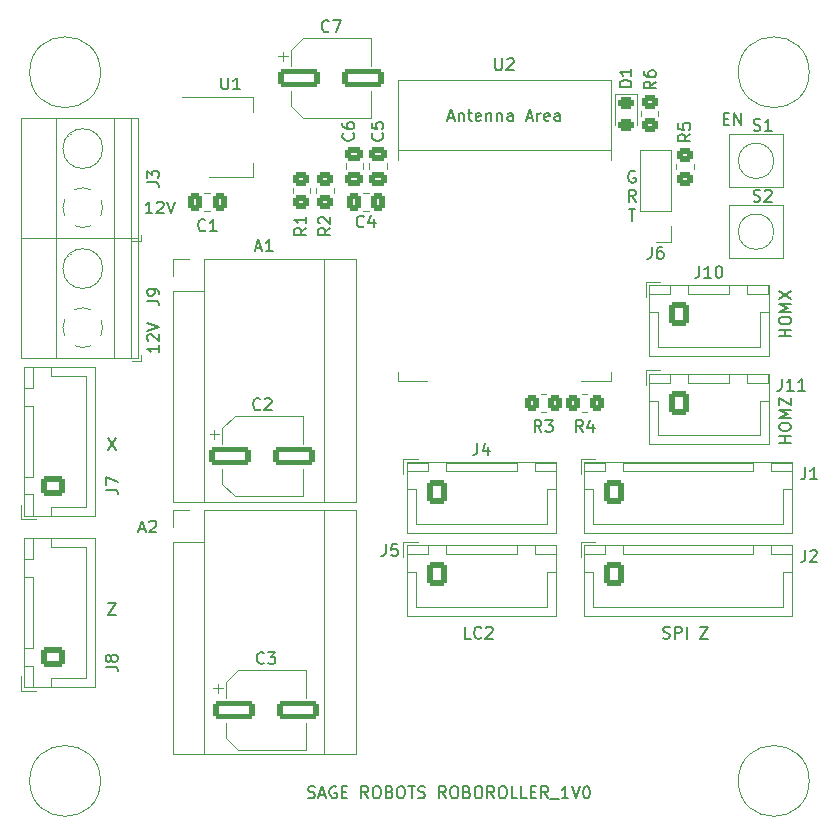
<source format=gto>
G04 #@! TF.GenerationSoftware,KiCad,Pcbnew,6.0.7-f9a2dced07~116~ubuntu20.04.1*
G04 #@! TF.CreationDate,2022-08-24T01:16:15-05:00*
G04 #@! TF.ProjectId,MuscleRoller,4d757363-6c65-4526-9f6c-6c65722e6b69,rev?*
G04 #@! TF.SameCoordinates,Original*
G04 #@! TF.FileFunction,Legend,Top*
G04 #@! TF.FilePolarity,Positive*
%FSLAX46Y46*%
G04 Gerber Fmt 4.6, Leading zero omitted, Abs format (unit mm)*
G04 Created by KiCad (PCBNEW 6.0.7-f9a2dced07~116~ubuntu20.04.1) date 2022-08-24 01:16:15*
%MOMM*%
%LPD*%
G01*
G04 APERTURE LIST*
G04 Aperture macros list*
%AMRoundRect*
0 Rectangle with rounded corners*
0 $1 Rounding radius*
0 $2 $3 $4 $5 $6 $7 $8 $9 X,Y pos of 4 corners*
0 Add a 4 corners polygon primitive as box body*
4,1,4,$2,$3,$4,$5,$6,$7,$8,$9,$2,$3,0*
0 Add four circle primitives for the rounded corners*
1,1,$1+$1,$2,$3*
1,1,$1+$1,$4,$5*
1,1,$1+$1,$6,$7*
1,1,$1+$1,$8,$9*
0 Add four rect primitives between the rounded corners*
20,1,$1+$1,$2,$3,$4,$5,0*
20,1,$1+$1,$4,$5,$6,$7,0*
20,1,$1+$1,$6,$7,$8,$9,0*
20,1,$1+$1,$8,$9,$2,$3,0*%
G04 Aperture macros list end*
%ADD10C,0.120000*%
%ADD11C,0.150000*%
%ADD12RoundRect,0.250000X-0.450000X0.350000X-0.450000X-0.350000X0.450000X-0.350000X0.450000X0.350000X0*%
%ADD13RoundRect,0.243750X-0.456250X0.243750X-0.456250X-0.243750X0.456250X-0.243750X0.456250X0.243750X0*%
%ADD14R,1.600000X1.400000*%
%ADD15RoundRect,0.250000X-1.500000X-0.550000X1.500000X-0.550000X1.500000X0.550000X-1.500000X0.550000X0*%
%ADD16R,1.600000X1.600000*%
%ADD17O,1.600000X1.600000*%
%ADD18RoundRect,0.250000X-0.337500X-0.475000X0.337500X-0.475000X0.337500X0.475000X-0.337500X0.475000X0*%
%ADD19RoundRect,0.250000X0.475000X-0.337500X0.475000X0.337500X-0.475000X0.337500X-0.475000X-0.337500X0*%
%ADD20RoundRect,0.250000X-0.600000X-0.725000X0.600000X-0.725000X0.600000X0.725000X-0.600000X0.725000X0*%
%ADD21O,1.700000X1.950000*%
%ADD22R,1.700000X1.700000*%
%ADD23O,1.700000X1.700000*%
%ADD24RoundRect,0.250000X0.725000X-0.600000X0.725000X0.600000X-0.725000X0.600000X-0.725000X-0.600000X0*%
%ADD25O,1.950000X1.700000*%
%ADD26R,2.600000X2.600000*%
%ADD27C,2.600000*%
%ADD28RoundRect,0.249999X-0.450001X0.350001X-0.450001X-0.350001X0.450001X-0.350001X0.450001X0.350001X0*%
%ADD29RoundRect,0.249999X0.450001X-0.350001X0.450001X0.350001X-0.450001X0.350001X-0.450001X-0.350001X0*%
%ADD30RoundRect,0.249999X-0.350001X-0.450001X0.350001X-0.450001X0.350001X0.450001X-0.350001X0.450001X0*%
%ADD31R,2.000000X1.500000*%
%ADD32R,2.000000X3.800000*%
%ADD33R,1.500000X0.900000*%
%ADD34R,0.900000X1.500000*%
%ADD35R,1.050000X1.050000*%
%ADD36RoundRect,0.250000X0.337500X0.475000X-0.337500X0.475000X-0.337500X-0.475000X0.337500X-0.475000X0*%
G04 APERTURE END LIST*
D10*
X175500000Y-146500000D02*
G75*
G03*
X175500000Y-146500000I-3000000J0D01*
G01*
X175500000Y-86500000D02*
G75*
G03*
X175500000Y-86500000I-3000000J0D01*
G01*
X115500000Y-146500000D02*
G75*
G03*
X115500000Y-146500000I-3000000J0D01*
G01*
X115500000Y-86500000D02*
G75*
G03*
X115500000Y-86500000I-3000000J0D01*
G01*
D11*
X133071428Y-147904761D02*
X133214285Y-147952380D01*
X133452380Y-147952380D01*
X133547619Y-147904761D01*
X133595238Y-147857142D01*
X133642857Y-147761904D01*
X133642857Y-147666666D01*
X133595238Y-147571428D01*
X133547619Y-147523809D01*
X133452380Y-147476190D01*
X133261904Y-147428571D01*
X133166666Y-147380952D01*
X133119047Y-147333333D01*
X133071428Y-147238095D01*
X133071428Y-147142857D01*
X133119047Y-147047619D01*
X133166666Y-147000000D01*
X133261904Y-146952380D01*
X133499999Y-146952380D01*
X133642857Y-147000000D01*
X134023809Y-147666666D02*
X134500000Y-147666666D01*
X133928571Y-147952380D02*
X134261904Y-146952380D01*
X134595238Y-147952380D01*
X135452380Y-147000000D02*
X135357142Y-146952380D01*
X135214285Y-146952380D01*
X135071428Y-147000000D01*
X134976190Y-147095238D01*
X134928571Y-147190476D01*
X134880952Y-147380952D01*
X134880952Y-147523809D01*
X134928571Y-147714285D01*
X134976190Y-147809523D01*
X135071428Y-147904761D01*
X135214285Y-147952380D01*
X135309523Y-147952380D01*
X135452380Y-147904761D01*
X135500000Y-147857142D01*
X135500000Y-147523809D01*
X135309523Y-147523809D01*
X135928571Y-147428571D02*
X136261904Y-147428571D01*
X136404761Y-147952380D02*
X135928571Y-147952380D01*
X135928571Y-146952380D01*
X136404761Y-146952380D01*
X138166666Y-147952380D02*
X137833333Y-147476190D01*
X137595238Y-147952380D02*
X137595238Y-146952380D01*
X137976190Y-146952380D01*
X138071428Y-147000000D01*
X138119047Y-147047619D01*
X138166666Y-147142857D01*
X138166666Y-147285714D01*
X138119047Y-147380952D01*
X138071428Y-147428571D01*
X137976190Y-147476190D01*
X137595238Y-147476190D01*
X138785714Y-146952380D02*
X138976190Y-146952380D01*
X139071428Y-147000000D01*
X139166666Y-147095238D01*
X139214285Y-147285714D01*
X139214285Y-147619047D01*
X139166666Y-147809523D01*
X139071428Y-147904761D01*
X138976190Y-147952380D01*
X138785714Y-147952380D01*
X138690476Y-147904761D01*
X138595238Y-147809523D01*
X138547619Y-147619047D01*
X138547619Y-147285714D01*
X138595238Y-147095238D01*
X138690476Y-147000000D01*
X138785714Y-146952380D01*
X139976190Y-147428571D02*
X140119047Y-147476190D01*
X140166666Y-147523809D01*
X140214285Y-147619047D01*
X140214285Y-147761904D01*
X140166666Y-147857142D01*
X140119047Y-147904761D01*
X140023809Y-147952380D01*
X139642857Y-147952380D01*
X139642857Y-146952380D01*
X139976190Y-146952380D01*
X140071428Y-147000000D01*
X140119047Y-147047619D01*
X140166666Y-147142857D01*
X140166666Y-147238095D01*
X140119047Y-147333333D01*
X140071428Y-147380952D01*
X139976190Y-147428571D01*
X139642857Y-147428571D01*
X140833333Y-146952380D02*
X141023809Y-146952380D01*
X141119047Y-147000000D01*
X141214285Y-147095238D01*
X141261904Y-147285714D01*
X141261904Y-147619047D01*
X141214285Y-147809523D01*
X141119047Y-147904761D01*
X141023809Y-147952380D01*
X140833333Y-147952380D01*
X140738095Y-147904761D01*
X140642857Y-147809523D01*
X140595238Y-147619047D01*
X140595238Y-147285714D01*
X140642857Y-147095238D01*
X140738095Y-147000000D01*
X140833333Y-146952380D01*
X141547619Y-146952380D02*
X142119047Y-146952380D01*
X141833333Y-147952380D02*
X141833333Y-146952380D01*
X142404761Y-147904761D02*
X142547619Y-147952380D01*
X142785714Y-147952380D01*
X142880952Y-147904761D01*
X142928571Y-147857142D01*
X142976190Y-147761904D01*
X142976190Y-147666666D01*
X142928571Y-147571428D01*
X142880952Y-147523809D01*
X142785714Y-147476190D01*
X142595238Y-147428571D01*
X142500000Y-147380952D01*
X142452380Y-147333333D01*
X142404761Y-147238095D01*
X142404761Y-147142857D01*
X142452380Y-147047619D01*
X142500000Y-147000000D01*
X142595238Y-146952380D01*
X142833333Y-146952380D01*
X142976190Y-147000000D01*
X144738095Y-147952380D02*
X144404761Y-147476190D01*
X144166666Y-147952380D02*
X144166666Y-146952380D01*
X144547619Y-146952380D01*
X144642857Y-147000000D01*
X144690476Y-147047619D01*
X144738095Y-147142857D01*
X144738095Y-147285714D01*
X144690476Y-147380952D01*
X144642857Y-147428571D01*
X144547619Y-147476190D01*
X144166666Y-147476190D01*
X145357142Y-146952380D02*
X145547619Y-146952380D01*
X145642857Y-147000000D01*
X145738095Y-147095238D01*
X145785714Y-147285714D01*
X145785714Y-147619047D01*
X145738095Y-147809523D01*
X145642857Y-147904761D01*
X145547619Y-147952380D01*
X145357142Y-147952380D01*
X145261904Y-147904761D01*
X145166666Y-147809523D01*
X145119047Y-147619047D01*
X145119047Y-147285714D01*
X145166666Y-147095238D01*
X145261904Y-147000000D01*
X145357142Y-146952380D01*
X146547619Y-147428571D02*
X146690476Y-147476190D01*
X146738095Y-147523809D01*
X146785714Y-147619047D01*
X146785714Y-147761904D01*
X146738095Y-147857142D01*
X146690476Y-147904761D01*
X146595238Y-147952380D01*
X146214285Y-147952380D01*
X146214285Y-146952380D01*
X146547619Y-146952380D01*
X146642857Y-147000000D01*
X146690476Y-147047619D01*
X146738095Y-147142857D01*
X146738095Y-147238095D01*
X146690476Y-147333333D01*
X146642857Y-147380952D01*
X146547619Y-147428571D01*
X146214285Y-147428571D01*
X147404761Y-146952380D02*
X147595238Y-146952380D01*
X147690476Y-147000000D01*
X147785714Y-147095238D01*
X147833333Y-147285714D01*
X147833333Y-147619047D01*
X147785714Y-147809523D01*
X147690476Y-147904761D01*
X147595238Y-147952380D01*
X147404761Y-147952380D01*
X147309523Y-147904761D01*
X147214285Y-147809523D01*
X147166666Y-147619047D01*
X147166666Y-147285714D01*
X147214285Y-147095238D01*
X147309523Y-147000000D01*
X147404761Y-146952380D01*
X148833333Y-147952380D02*
X148500000Y-147476190D01*
X148261904Y-147952380D02*
X148261904Y-146952380D01*
X148642857Y-146952380D01*
X148738095Y-147000000D01*
X148785714Y-147047619D01*
X148833333Y-147142857D01*
X148833333Y-147285714D01*
X148785714Y-147380952D01*
X148738095Y-147428571D01*
X148642857Y-147476190D01*
X148261904Y-147476190D01*
X149452380Y-146952380D02*
X149642857Y-146952380D01*
X149738095Y-147000000D01*
X149833333Y-147095238D01*
X149880952Y-147285714D01*
X149880952Y-147619047D01*
X149833333Y-147809523D01*
X149738095Y-147904761D01*
X149642857Y-147952380D01*
X149452380Y-147952380D01*
X149357142Y-147904761D01*
X149261904Y-147809523D01*
X149214285Y-147619047D01*
X149214285Y-147285714D01*
X149261904Y-147095238D01*
X149357142Y-147000000D01*
X149452380Y-146952380D01*
X150785714Y-147952380D02*
X150309523Y-147952380D01*
X150309523Y-146952380D01*
X151595238Y-147952380D02*
X151119047Y-147952380D01*
X151119047Y-146952380D01*
X151928571Y-147428571D02*
X152261904Y-147428571D01*
X152404761Y-147952380D02*
X151928571Y-147952380D01*
X151928571Y-146952380D01*
X152404761Y-146952380D01*
X153404761Y-147952380D02*
X153071428Y-147476190D01*
X152833333Y-147952380D02*
X152833333Y-146952380D01*
X153214285Y-146952380D01*
X153309523Y-147000000D01*
X153357142Y-147047619D01*
X153404761Y-147142857D01*
X153404761Y-147285714D01*
X153357142Y-147380952D01*
X153309523Y-147428571D01*
X153214285Y-147476190D01*
X152833333Y-147476190D01*
X153595238Y-148047619D02*
X154357142Y-148047619D01*
X155119047Y-147952380D02*
X154547619Y-147952380D01*
X154833333Y-147952380D02*
X154833333Y-146952380D01*
X154738095Y-147095238D01*
X154642857Y-147190476D01*
X154547619Y-147238095D01*
X155404761Y-146952380D02*
X155738095Y-147952380D01*
X156071428Y-146952380D01*
X156595238Y-146952380D02*
X156690476Y-146952380D01*
X156785714Y-147000000D01*
X156833333Y-147047619D01*
X156880952Y-147142857D01*
X156928571Y-147333333D01*
X156928571Y-147571428D01*
X156880952Y-147761904D01*
X156833333Y-147857142D01*
X156785714Y-147904761D01*
X156690476Y-147952380D01*
X156595238Y-147952380D01*
X156500000Y-147904761D01*
X156452380Y-147857142D01*
X156404761Y-147761904D01*
X156357142Y-147571428D01*
X156357142Y-147333333D01*
X156404761Y-147142857D01*
X156452380Y-147047619D01*
X156500000Y-147000000D01*
X156595238Y-146952380D01*
X168261904Y-90428571D02*
X168595238Y-90428571D01*
X168738095Y-90952380D02*
X168261904Y-90952380D01*
X168261904Y-89952380D01*
X168738095Y-89952380D01*
X169166666Y-90952380D02*
X169166666Y-89952380D01*
X169738095Y-90952380D01*
X169738095Y-89952380D01*
X173952380Y-108857142D02*
X172952380Y-108857142D01*
X173428571Y-108857142D02*
X173428571Y-108285714D01*
X173952380Y-108285714D02*
X172952380Y-108285714D01*
X172952380Y-107619047D02*
X172952380Y-107428571D01*
X173000000Y-107333333D01*
X173095238Y-107238095D01*
X173285714Y-107190476D01*
X173619047Y-107190476D01*
X173809523Y-107238095D01*
X173904761Y-107333333D01*
X173952380Y-107428571D01*
X173952380Y-107619047D01*
X173904761Y-107714285D01*
X173809523Y-107809523D01*
X173619047Y-107857142D01*
X173285714Y-107857142D01*
X173095238Y-107809523D01*
X173000000Y-107714285D01*
X172952380Y-107619047D01*
X173952380Y-106761904D02*
X172952380Y-106761904D01*
X173666666Y-106428571D01*
X172952380Y-106095238D01*
X173952380Y-106095238D01*
X172952380Y-105714285D02*
X173952380Y-105047619D01*
X172952380Y-105047619D02*
X173952380Y-105714285D01*
X119880952Y-98452380D02*
X119309523Y-98452380D01*
X119595238Y-98452380D02*
X119595238Y-97452380D01*
X119500000Y-97595238D01*
X119404761Y-97690476D01*
X119309523Y-97738095D01*
X120261904Y-97547619D02*
X120309523Y-97500000D01*
X120404761Y-97452380D01*
X120642857Y-97452380D01*
X120738095Y-97500000D01*
X120785714Y-97547619D01*
X120833333Y-97642857D01*
X120833333Y-97738095D01*
X120785714Y-97880952D01*
X120214285Y-98452380D01*
X120833333Y-98452380D01*
X121119047Y-97452380D02*
X121452380Y-98452380D01*
X121785714Y-97452380D01*
X146833333Y-134452380D02*
X146357142Y-134452380D01*
X146357142Y-133452380D01*
X147738095Y-134357142D02*
X147690476Y-134404761D01*
X147547619Y-134452380D01*
X147452380Y-134452380D01*
X147309523Y-134404761D01*
X147214285Y-134309523D01*
X147166666Y-134214285D01*
X147119047Y-134023809D01*
X147119047Y-133880952D01*
X147166666Y-133690476D01*
X147214285Y-133595238D01*
X147309523Y-133500000D01*
X147452380Y-133452380D01*
X147547619Y-133452380D01*
X147690476Y-133500000D01*
X147738095Y-133547619D01*
X148119047Y-133547619D02*
X148166666Y-133500000D01*
X148261904Y-133452380D01*
X148500000Y-133452380D01*
X148595238Y-133500000D01*
X148642857Y-133547619D01*
X148690476Y-133642857D01*
X148690476Y-133738095D01*
X148642857Y-133880952D01*
X148071428Y-134452380D01*
X148690476Y-134452380D01*
X116166666Y-131452380D02*
X116833333Y-131452380D01*
X116166666Y-132452380D01*
X116833333Y-132452380D01*
X120452380Y-109619047D02*
X120452380Y-110190476D01*
X120452380Y-109904761D02*
X119452380Y-109904761D01*
X119595238Y-110000000D01*
X119690476Y-110095238D01*
X119738095Y-110190476D01*
X119547619Y-109238095D02*
X119500000Y-109190476D01*
X119452380Y-109095238D01*
X119452380Y-108857142D01*
X119500000Y-108761904D01*
X119547619Y-108714285D01*
X119642857Y-108666666D01*
X119738095Y-108666666D01*
X119880952Y-108714285D01*
X120452380Y-109285714D01*
X120452380Y-108666666D01*
X119452380Y-108380952D02*
X120452380Y-108047619D01*
X119452380Y-107714285D01*
X160761904Y-94890000D02*
X160666666Y-94842380D01*
X160523809Y-94842380D01*
X160380952Y-94890000D01*
X160285714Y-94985238D01*
X160238095Y-95080476D01*
X160190476Y-95270952D01*
X160190476Y-95413809D01*
X160238095Y-95604285D01*
X160285714Y-95699523D01*
X160380952Y-95794761D01*
X160523809Y-95842380D01*
X160619047Y-95842380D01*
X160761904Y-95794761D01*
X160809523Y-95747142D01*
X160809523Y-95413809D01*
X160619047Y-95413809D01*
X160809523Y-97452380D02*
X160476190Y-96976190D01*
X160238095Y-97452380D02*
X160238095Y-96452380D01*
X160619047Y-96452380D01*
X160714285Y-96500000D01*
X160761904Y-96547619D01*
X160809523Y-96642857D01*
X160809523Y-96785714D01*
X160761904Y-96880952D01*
X160714285Y-96928571D01*
X160619047Y-96976190D01*
X160238095Y-96976190D01*
X160214285Y-98062380D02*
X160785714Y-98062380D01*
X160500000Y-99062380D02*
X160500000Y-98062380D01*
X116166666Y-117452380D02*
X116833333Y-118452380D01*
X116833333Y-117452380D02*
X116166666Y-118452380D01*
X173952380Y-117857142D02*
X172952380Y-117857142D01*
X173428571Y-117857142D02*
X173428571Y-117285714D01*
X173952380Y-117285714D02*
X172952380Y-117285714D01*
X172952380Y-116619047D02*
X172952380Y-116428571D01*
X173000000Y-116333333D01*
X173095238Y-116238095D01*
X173285714Y-116190476D01*
X173619047Y-116190476D01*
X173809523Y-116238095D01*
X173904761Y-116333333D01*
X173952380Y-116428571D01*
X173952380Y-116619047D01*
X173904761Y-116714285D01*
X173809523Y-116809523D01*
X173619047Y-116857142D01*
X173285714Y-116857142D01*
X173095238Y-116809523D01*
X173000000Y-116714285D01*
X172952380Y-116619047D01*
X173952380Y-115761904D02*
X172952380Y-115761904D01*
X173666666Y-115428571D01*
X172952380Y-115095238D01*
X173952380Y-115095238D01*
X172952380Y-114714285D02*
X172952380Y-114047619D01*
X173952380Y-114714285D01*
X173952380Y-114047619D01*
X163119047Y-134404761D02*
X163261904Y-134452380D01*
X163500000Y-134452380D01*
X163595238Y-134404761D01*
X163642857Y-134357142D01*
X163690476Y-134261904D01*
X163690476Y-134166666D01*
X163642857Y-134071428D01*
X163595238Y-134023809D01*
X163500000Y-133976190D01*
X163309523Y-133928571D01*
X163214285Y-133880952D01*
X163166666Y-133833333D01*
X163119047Y-133738095D01*
X163119047Y-133642857D01*
X163166666Y-133547619D01*
X163214285Y-133500000D01*
X163309523Y-133452380D01*
X163547619Y-133452380D01*
X163690476Y-133500000D01*
X164119047Y-134452380D02*
X164119047Y-133452380D01*
X164500000Y-133452380D01*
X164595238Y-133500000D01*
X164642857Y-133547619D01*
X164690476Y-133642857D01*
X164690476Y-133785714D01*
X164642857Y-133880952D01*
X164595238Y-133928571D01*
X164500000Y-133976190D01*
X164119047Y-133976190D01*
X165119047Y-134452380D02*
X165119047Y-133452380D01*
X166261904Y-133452380D02*
X166928571Y-133452380D01*
X166261904Y-134452380D01*
X166928571Y-134452380D01*
X162504380Y-87288666D02*
X162028190Y-87622000D01*
X162504380Y-87860095D02*
X161504380Y-87860095D01*
X161504380Y-87479142D01*
X161552000Y-87383904D01*
X161599619Y-87336285D01*
X161694857Y-87288666D01*
X161837714Y-87288666D01*
X161932952Y-87336285D01*
X161980571Y-87383904D01*
X162028190Y-87479142D01*
X162028190Y-87860095D01*
X161504380Y-86431523D02*
X161504380Y-86622000D01*
X161552000Y-86717238D01*
X161599619Y-86764857D01*
X161742476Y-86860095D01*
X161932952Y-86907714D01*
X162313904Y-86907714D01*
X162409142Y-86860095D01*
X162456761Y-86812476D01*
X162504380Y-86717238D01*
X162504380Y-86526761D01*
X162456761Y-86431523D01*
X162409142Y-86383904D01*
X162313904Y-86336285D01*
X162075809Y-86336285D01*
X161980571Y-86383904D01*
X161932952Y-86431523D01*
X161885333Y-86526761D01*
X161885333Y-86717238D01*
X161932952Y-86812476D01*
X161980571Y-86860095D01*
X162075809Y-86907714D01*
X160452380Y-87738095D02*
X159452380Y-87738095D01*
X159452380Y-87500000D01*
X159500000Y-87357142D01*
X159595238Y-87261904D01*
X159690476Y-87214285D01*
X159880952Y-87166666D01*
X160023809Y-87166666D01*
X160214285Y-87214285D01*
X160309523Y-87261904D01*
X160404761Y-87357142D01*
X160452380Y-87500000D01*
X160452380Y-87738095D01*
X160452380Y-86214285D02*
X160452380Y-86785714D01*
X160452380Y-86500000D02*
X159452380Y-86500000D01*
X159595238Y-86595238D01*
X159690476Y-86690476D01*
X159738095Y-86785714D01*
X170788095Y-97404761D02*
X170930952Y-97452380D01*
X171169047Y-97452380D01*
X171264285Y-97404761D01*
X171311904Y-97357142D01*
X171359523Y-97261904D01*
X171359523Y-97166666D01*
X171311904Y-97071428D01*
X171264285Y-97023809D01*
X171169047Y-96976190D01*
X170978571Y-96928571D01*
X170883333Y-96880952D01*
X170835714Y-96833333D01*
X170788095Y-96738095D01*
X170788095Y-96642857D01*
X170835714Y-96547619D01*
X170883333Y-96500000D01*
X170978571Y-96452380D01*
X171216666Y-96452380D01*
X171359523Y-96500000D01*
X171740476Y-96547619D02*
X171788095Y-96500000D01*
X171883333Y-96452380D01*
X172121428Y-96452380D01*
X172216666Y-96500000D01*
X172264285Y-96547619D01*
X172311904Y-96642857D01*
X172311904Y-96738095D01*
X172264285Y-96880952D01*
X171692857Y-97452380D01*
X172311904Y-97452380D01*
X170788095Y-91404761D02*
X170930952Y-91452380D01*
X171169047Y-91452380D01*
X171264285Y-91404761D01*
X171311904Y-91357142D01*
X171359523Y-91261904D01*
X171359523Y-91166666D01*
X171311904Y-91071428D01*
X171264285Y-91023809D01*
X171169047Y-90976190D01*
X170978571Y-90928571D01*
X170883333Y-90880952D01*
X170835714Y-90833333D01*
X170788095Y-90738095D01*
X170788095Y-90642857D01*
X170835714Y-90547619D01*
X170883333Y-90500000D01*
X170978571Y-90452380D01*
X171216666Y-90452380D01*
X171359523Y-90500000D01*
X172311904Y-91452380D02*
X171740476Y-91452380D01*
X172026190Y-91452380D02*
X172026190Y-90452380D01*
X171930952Y-90595238D01*
X171835714Y-90690476D01*
X171740476Y-90738095D01*
X134833333Y-83007142D02*
X134785714Y-83054761D01*
X134642857Y-83102380D01*
X134547619Y-83102380D01*
X134404761Y-83054761D01*
X134309523Y-82959523D01*
X134261904Y-82864285D01*
X134214285Y-82673809D01*
X134214285Y-82530952D01*
X134261904Y-82340476D01*
X134309523Y-82245238D01*
X134404761Y-82150000D01*
X134547619Y-82102380D01*
X134642857Y-82102380D01*
X134785714Y-82150000D01*
X134833333Y-82197619D01*
X135166666Y-82102380D02*
X135833333Y-82102380D01*
X135404761Y-83102380D01*
X128635714Y-101346666D02*
X129111904Y-101346666D01*
X128540476Y-101632380D02*
X128873809Y-100632380D01*
X129207142Y-101632380D01*
X130064285Y-101632380D02*
X129492857Y-101632380D01*
X129778571Y-101632380D02*
X129778571Y-100632380D01*
X129683333Y-100775238D01*
X129588095Y-100870476D01*
X129492857Y-100918095D01*
X118785714Y-125166666D02*
X119261904Y-125166666D01*
X118690476Y-125452380D02*
X119023809Y-124452380D01*
X119357142Y-125452380D01*
X119642857Y-124547619D02*
X119690476Y-124500000D01*
X119785714Y-124452380D01*
X120023809Y-124452380D01*
X120119047Y-124500000D01*
X120166666Y-124547619D01*
X120214285Y-124642857D01*
X120214285Y-124738095D01*
X120166666Y-124880952D01*
X119595238Y-125452380D01*
X120214285Y-125452380D01*
X124370833Y-99857142D02*
X124323214Y-99904761D01*
X124180357Y-99952380D01*
X124085119Y-99952380D01*
X123942261Y-99904761D01*
X123847023Y-99809523D01*
X123799404Y-99714285D01*
X123751785Y-99523809D01*
X123751785Y-99380952D01*
X123799404Y-99190476D01*
X123847023Y-99095238D01*
X123942261Y-99000000D01*
X124085119Y-98952380D01*
X124180357Y-98952380D01*
X124323214Y-99000000D01*
X124370833Y-99047619D01*
X125323214Y-99952380D02*
X124751785Y-99952380D01*
X125037500Y-99952380D02*
X125037500Y-98952380D01*
X124942261Y-99095238D01*
X124847023Y-99190476D01*
X124751785Y-99238095D01*
X129025333Y-115007142D02*
X128977714Y-115054761D01*
X128834857Y-115102380D01*
X128739619Y-115102380D01*
X128596761Y-115054761D01*
X128501523Y-114959523D01*
X128453904Y-114864285D01*
X128406285Y-114673809D01*
X128406285Y-114530952D01*
X128453904Y-114340476D01*
X128501523Y-114245238D01*
X128596761Y-114150000D01*
X128739619Y-114102380D01*
X128834857Y-114102380D01*
X128977714Y-114150000D01*
X129025333Y-114197619D01*
X129406285Y-114197619D02*
X129453904Y-114150000D01*
X129549142Y-114102380D01*
X129787238Y-114102380D01*
X129882476Y-114150000D01*
X129930095Y-114197619D01*
X129977714Y-114292857D01*
X129977714Y-114388095D01*
X129930095Y-114530952D01*
X129358666Y-115102380D01*
X129977714Y-115102380D01*
X129333333Y-136507142D02*
X129285714Y-136554761D01*
X129142857Y-136602380D01*
X129047619Y-136602380D01*
X128904761Y-136554761D01*
X128809523Y-136459523D01*
X128761904Y-136364285D01*
X128714285Y-136173809D01*
X128714285Y-136030952D01*
X128761904Y-135840476D01*
X128809523Y-135745238D01*
X128904761Y-135650000D01*
X129047619Y-135602380D01*
X129142857Y-135602380D01*
X129285714Y-135650000D01*
X129333333Y-135697619D01*
X129666666Y-135602380D02*
X130285714Y-135602380D01*
X129952380Y-135983333D01*
X130095238Y-135983333D01*
X130190476Y-136030952D01*
X130238095Y-136078571D01*
X130285714Y-136173809D01*
X130285714Y-136411904D01*
X130238095Y-136507142D01*
X130190476Y-136554761D01*
X130095238Y-136602380D01*
X129809523Y-136602380D01*
X129714285Y-136554761D01*
X129666666Y-136507142D01*
X139357142Y-91666666D02*
X139404761Y-91714285D01*
X139452380Y-91857142D01*
X139452380Y-91952380D01*
X139404761Y-92095238D01*
X139309523Y-92190476D01*
X139214285Y-92238095D01*
X139023809Y-92285714D01*
X138880952Y-92285714D01*
X138690476Y-92238095D01*
X138595238Y-92190476D01*
X138500000Y-92095238D01*
X138452380Y-91952380D01*
X138452380Y-91857142D01*
X138500000Y-91714285D01*
X138547619Y-91666666D01*
X138452380Y-90761904D02*
X138452380Y-91238095D01*
X138928571Y-91285714D01*
X138880952Y-91238095D01*
X138833333Y-91142857D01*
X138833333Y-90904761D01*
X138880952Y-90809523D01*
X138928571Y-90761904D01*
X139023809Y-90714285D01*
X139261904Y-90714285D01*
X139357142Y-90761904D01*
X139404761Y-90809523D01*
X139452380Y-90904761D01*
X139452380Y-91142857D01*
X139404761Y-91238095D01*
X139357142Y-91285714D01*
X136882142Y-91666666D02*
X136929761Y-91714285D01*
X136977380Y-91857142D01*
X136977380Y-91952380D01*
X136929761Y-92095238D01*
X136834523Y-92190476D01*
X136739285Y-92238095D01*
X136548809Y-92285714D01*
X136405952Y-92285714D01*
X136215476Y-92238095D01*
X136120238Y-92190476D01*
X136025000Y-92095238D01*
X135977380Y-91952380D01*
X135977380Y-91857142D01*
X136025000Y-91714285D01*
X136072619Y-91666666D01*
X135977380Y-90809523D02*
X135977380Y-91000000D01*
X136025000Y-91095238D01*
X136072619Y-91142857D01*
X136215476Y-91238095D01*
X136405952Y-91285714D01*
X136786904Y-91285714D01*
X136882142Y-91238095D01*
X136929761Y-91190476D01*
X136977380Y-91095238D01*
X136977380Y-90904761D01*
X136929761Y-90809523D01*
X136882142Y-90761904D01*
X136786904Y-90714285D01*
X136548809Y-90714285D01*
X136453571Y-90761904D01*
X136405952Y-90809523D01*
X136358333Y-90904761D01*
X136358333Y-91095238D01*
X136405952Y-91190476D01*
X136453571Y-91238095D01*
X136548809Y-91285714D01*
X175166666Y-119952380D02*
X175166666Y-120666666D01*
X175119047Y-120809523D01*
X175023809Y-120904761D01*
X174880952Y-120952380D01*
X174785714Y-120952380D01*
X176166666Y-120952380D02*
X175595238Y-120952380D01*
X175880952Y-120952380D02*
X175880952Y-119952380D01*
X175785714Y-120095238D01*
X175690476Y-120190476D01*
X175595238Y-120238095D01*
X175166666Y-126952380D02*
X175166666Y-127666666D01*
X175119047Y-127809523D01*
X175023809Y-127904761D01*
X174880952Y-127952380D01*
X174785714Y-127952380D01*
X175595238Y-127047619D02*
X175642857Y-127000000D01*
X175738095Y-126952380D01*
X175976190Y-126952380D01*
X176071428Y-127000000D01*
X176119047Y-127047619D01*
X176166666Y-127142857D01*
X176166666Y-127238095D01*
X176119047Y-127380952D01*
X175547619Y-127952380D01*
X176166666Y-127952380D01*
X147416666Y-117902380D02*
X147416666Y-118616666D01*
X147369047Y-118759523D01*
X147273809Y-118854761D01*
X147130952Y-118902380D01*
X147035714Y-118902380D01*
X148321428Y-118235714D02*
X148321428Y-118902380D01*
X148083333Y-117854761D02*
X147845238Y-118569047D01*
X148464285Y-118569047D01*
X139666666Y-126452380D02*
X139666666Y-127166666D01*
X139619047Y-127309523D01*
X139523809Y-127404761D01*
X139380952Y-127452380D01*
X139285714Y-127452380D01*
X140619047Y-126452380D02*
X140142857Y-126452380D01*
X140095238Y-126928571D01*
X140142857Y-126880952D01*
X140238095Y-126833333D01*
X140476190Y-126833333D01*
X140571428Y-126880952D01*
X140619047Y-126928571D01*
X140666666Y-127023809D01*
X140666666Y-127261904D01*
X140619047Y-127357142D01*
X140571428Y-127404761D01*
X140476190Y-127452380D01*
X140238095Y-127452380D01*
X140142857Y-127404761D01*
X140095238Y-127357142D01*
X162166666Y-101282380D02*
X162166666Y-101996666D01*
X162119047Y-102139523D01*
X162023809Y-102234761D01*
X161880952Y-102282380D01*
X161785714Y-102282380D01*
X163071428Y-101282380D02*
X162880952Y-101282380D01*
X162785714Y-101330000D01*
X162738095Y-101377619D01*
X162642857Y-101520476D01*
X162595238Y-101710952D01*
X162595238Y-102091904D01*
X162642857Y-102187142D01*
X162690476Y-102234761D01*
X162785714Y-102282380D01*
X162976190Y-102282380D01*
X163071428Y-102234761D01*
X163119047Y-102187142D01*
X163166666Y-102091904D01*
X163166666Y-101853809D01*
X163119047Y-101758571D01*
X163071428Y-101710952D01*
X162976190Y-101663333D01*
X162785714Y-101663333D01*
X162690476Y-101710952D01*
X162642857Y-101758571D01*
X162595238Y-101853809D01*
X115952380Y-121833333D02*
X116666666Y-121833333D01*
X116809523Y-121880952D01*
X116904761Y-121976190D01*
X116952380Y-122119047D01*
X116952380Y-122214285D01*
X115952380Y-121452380D02*
X115952380Y-120785714D01*
X116952380Y-121214285D01*
X115952380Y-136833333D02*
X116666666Y-136833333D01*
X116809523Y-136880952D01*
X116904761Y-136976190D01*
X116952380Y-137119047D01*
X116952380Y-137214285D01*
X116380952Y-136214285D02*
X116333333Y-136309523D01*
X116285714Y-136357142D01*
X116190476Y-136404761D01*
X116142857Y-136404761D01*
X116047619Y-136357142D01*
X116000000Y-136309523D01*
X115952380Y-136214285D01*
X115952380Y-136023809D01*
X116000000Y-135928571D01*
X116047619Y-135880952D01*
X116142857Y-135833333D01*
X116190476Y-135833333D01*
X116285714Y-135880952D01*
X116333333Y-135928571D01*
X116380952Y-136023809D01*
X116380952Y-136214285D01*
X116428571Y-136309523D01*
X116476190Y-136357142D01*
X116571428Y-136404761D01*
X116761904Y-136404761D01*
X116857142Y-136357142D01*
X116904761Y-136309523D01*
X116952380Y-136214285D01*
X116952380Y-136023809D01*
X116904761Y-135928571D01*
X116857142Y-135880952D01*
X116761904Y-135833333D01*
X116571428Y-135833333D01*
X116476190Y-135880952D01*
X116428571Y-135928571D01*
X116380952Y-136023809D01*
X119452380Y-105833333D02*
X120166666Y-105833333D01*
X120309523Y-105880952D01*
X120404761Y-105976190D01*
X120452380Y-106119047D01*
X120452380Y-106214285D01*
X120452380Y-105309523D02*
X120452380Y-105119047D01*
X120404761Y-105023809D01*
X120357142Y-104976190D01*
X120214285Y-104880952D01*
X120023809Y-104833333D01*
X119642857Y-104833333D01*
X119547619Y-104880952D01*
X119500000Y-104928571D01*
X119452380Y-105023809D01*
X119452380Y-105214285D01*
X119500000Y-105309523D01*
X119547619Y-105357142D01*
X119642857Y-105404761D01*
X119880952Y-105404761D01*
X119976190Y-105357142D01*
X120023809Y-105309523D01*
X120071428Y-105214285D01*
X120071428Y-105023809D01*
X120023809Y-104928571D01*
X119976190Y-104880952D01*
X119880952Y-104833333D01*
X166190476Y-102902380D02*
X166190476Y-103616666D01*
X166142857Y-103759523D01*
X166047619Y-103854761D01*
X165904761Y-103902380D01*
X165809523Y-103902380D01*
X167190476Y-103902380D02*
X166619047Y-103902380D01*
X166904761Y-103902380D02*
X166904761Y-102902380D01*
X166809523Y-103045238D01*
X166714285Y-103140476D01*
X166619047Y-103188095D01*
X167809523Y-102902380D02*
X167904761Y-102902380D01*
X168000000Y-102950000D01*
X168047619Y-102997619D01*
X168095238Y-103092857D01*
X168142857Y-103283333D01*
X168142857Y-103521428D01*
X168095238Y-103711904D01*
X168047619Y-103807142D01*
X168000000Y-103854761D01*
X167904761Y-103902380D01*
X167809523Y-103902380D01*
X167714285Y-103854761D01*
X167666666Y-103807142D01*
X167619047Y-103711904D01*
X167571428Y-103521428D01*
X167571428Y-103283333D01*
X167619047Y-103092857D01*
X167666666Y-102997619D01*
X167714285Y-102950000D01*
X167809523Y-102902380D01*
X173190476Y-112452380D02*
X173190476Y-113166666D01*
X173142857Y-113309523D01*
X173047619Y-113404761D01*
X172904761Y-113452380D01*
X172809523Y-113452380D01*
X174190476Y-113452380D02*
X173619047Y-113452380D01*
X173904761Y-113452380D02*
X173904761Y-112452380D01*
X173809523Y-112595238D01*
X173714285Y-112690476D01*
X173619047Y-112738095D01*
X175142857Y-113452380D02*
X174571428Y-113452380D01*
X174857142Y-113452380D02*
X174857142Y-112452380D01*
X174761904Y-112595238D01*
X174666666Y-112690476D01*
X174571428Y-112738095D01*
X132913380Y-99666666D02*
X132437190Y-100000000D01*
X132913380Y-100238095D02*
X131913380Y-100238095D01*
X131913380Y-99857142D01*
X131961000Y-99761904D01*
X132008619Y-99714285D01*
X132103857Y-99666666D01*
X132246714Y-99666666D01*
X132341952Y-99714285D01*
X132389571Y-99761904D01*
X132437190Y-99857142D01*
X132437190Y-100238095D01*
X132913380Y-98714285D02*
X132913380Y-99285714D01*
X132913380Y-99000000D02*
X131913380Y-99000000D01*
X132056238Y-99095238D01*
X132151476Y-99190476D01*
X132199095Y-99285714D01*
X134945380Y-99666666D02*
X134469190Y-100000000D01*
X134945380Y-100238095D02*
X133945380Y-100238095D01*
X133945380Y-99857142D01*
X133993000Y-99761904D01*
X134040619Y-99714285D01*
X134135857Y-99666666D01*
X134278714Y-99666666D01*
X134373952Y-99714285D01*
X134421571Y-99761904D01*
X134469190Y-99857142D01*
X134469190Y-100238095D01*
X134040619Y-99285714D02*
X133993000Y-99238095D01*
X133945380Y-99142857D01*
X133945380Y-98904761D01*
X133993000Y-98809523D01*
X134040619Y-98761904D01*
X134135857Y-98714285D01*
X134231095Y-98714285D01*
X134373952Y-98761904D01*
X134945380Y-99333333D01*
X134945380Y-98714285D01*
X152833333Y-116952380D02*
X152500000Y-116476190D01*
X152261904Y-116952380D02*
X152261904Y-115952380D01*
X152642857Y-115952380D01*
X152738095Y-116000000D01*
X152785714Y-116047619D01*
X152833333Y-116142857D01*
X152833333Y-116285714D01*
X152785714Y-116380952D01*
X152738095Y-116428571D01*
X152642857Y-116476190D01*
X152261904Y-116476190D01*
X153166666Y-115952380D02*
X153785714Y-115952380D01*
X153452380Y-116333333D01*
X153595238Y-116333333D01*
X153690476Y-116380952D01*
X153738095Y-116428571D01*
X153785714Y-116523809D01*
X153785714Y-116761904D01*
X153738095Y-116857142D01*
X153690476Y-116904761D01*
X153595238Y-116952380D01*
X153309523Y-116952380D01*
X153214285Y-116904761D01*
X153166666Y-116857142D01*
X165425380Y-91733666D02*
X164949190Y-92067000D01*
X165425380Y-92305095D02*
X164425380Y-92305095D01*
X164425380Y-91924142D01*
X164473000Y-91828904D01*
X164520619Y-91781285D01*
X164615857Y-91733666D01*
X164758714Y-91733666D01*
X164853952Y-91781285D01*
X164901571Y-91828904D01*
X164949190Y-91924142D01*
X164949190Y-92305095D01*
X164425380Y-90828904D02*
X164425380Y-91305095D01*
X164901571Y-91352714D01*
X164853952Y-91305095D01*
X164806333Y-91209857D01*
X164806333Y-90971761D01*
X164853952Y-90876523D01*
X164901571Y-90828904D01*
X164996809Y-90781285D01*
X165234904Y-90781285D01*
X165330142Y-90828904D01*
X165377761Y-90876523D01*
X165425380Y-90971761D01*
X165425380Y-91209857D01*
X165377761Y-91305095D01*
X165330142Y-91352714D01*
X125738095Y-86952380D02*
X125738095Y-87761904D01*
X125785714Y-87857142D01*
X125833333Y-87904761D01*
X125928571Y-87952380D01*
X126119047Y-87952380D01*
X126214285Y-87904761D01*
X126261904Y-87857142D01*
X126309523Y-87761904D01*
X126309523Y-86952380D01*
X127309523Y-87952380D02*
X126738095Y-87952380D01*
X127023809Y-87952380D02*
X127023809Y-86952380D01*
X126928571Y-87095238D01*
X126833333Y-87190476D01*
X126738095Y-87238095D01*
X148918095Y-85322380D02*
X148918095Y-86131904D01*
X148965714Y-86227142D01*
X149013333Y-86274761D01*
X149108571Y-86322380D01*
X149299047Y-86322380D01*
X149394285Y-86274761D01*
X149441904Y-86227142D01*
X149489523Y-86131904D01*
X149489523Y-85322380D01*
X149918095Y-85417619D02*
X149965714Y-85370000D01*
X150060952Y-85322380D01*
X150299047Y-85322380D01*
X150394285Y-85370000D01*
X150441904Y-85417619D01*
X150489523Y-85512857D01*
X150489523Y-85608095D01*
X150441904Y-85750952D01*
X149870476Y-86322380D01*
X150489523Y-86322380D01*
X144918095Y-90336666D02*
X145394285Y-90336666D01*
X144822857Y-90622380D02*
X145156190Y-89622380D01*
X145489523Y-90622380D01*
X145822857Y-89955714D02*
X145822857Y-90622380D01*
X145822857Y-90050952D02*
X145870476Y-90003333D01*
X145965714Y-89955714D01*
X146108571Y-89955714D01*
X146203809Y-90003333D01*
X146251428Y-90098571D01*
X146251428Y-90622380D01*
X146584761Y-89955714D02*
X146965714Y-89955714D01*
X146727619Y-89622380D02*
X146727619Y-90479523D01*
X146775238Y-90574761D01*
X146870476Y-90622380D01*
X146965714Y-90622380D01*
X147680000Y-90574761D02*
X147584761Y-90622380D01*
X147394285Y-90622380D01*
X147299047Y-90574761D01*
X147251428Y-90479523D01*
X147251428Y-90098571D01*
X147299047Y-90003333D01*
X147394285Y-89955714D01*
X147584761Y-89955714D01*
X147680000Y-90003333D01*
X147727619Y-90098571D01*
X147727619Y-90193809D01*
X147251428Y-90289047D01*
X148156190Y-89955714D02*
X148156190Y-90622380D01*
X148156190Y-90050952D02*
X148203809Y-90003333D01*
X148299047Y-89955714D01*
X148441904Y-89955714D01*
X148537142Y-90003333D01*
X148584761Y-90098571D01*
X148584761Y-90622380D01*
X149060952Y-89955714D02*
X149060952Y-90622380D01*
X149060952Y-90050952D02*
X149108571Y-90003333D01*
X149203809Y-89955714D01*
X149346666Y-89955714D01*
X149441904Y-90003333D01*
X149489523Y-90098571D01*
X149489523Y-90622380D01*
X150394285Y-90622380D02*
X150394285Y-90098571D01*
X150346666Y-90003333D01*
X150251428Y-89955714D01*
X150060952Y-89955714D01*
X149965714Y-90003333D01*
X150394285Y-90574761D02*
X150299047Y-90622380D01*
X150060952Y-90622380D01*
X149965714Y-90574761D01*
X149918095Y-90479523D01*
X149918095Y-90384285D01*
X149965714Y-90289047D01*
X150060952Y-90241428D01*
X150299047Y-90241428D01*
X150394285Y-90193809D01*
X151584761Y-90336666D02*
X152060952Y-90336666D01*
X151489523Y-90622380D02*
X151822857Y-89622380D01*
X152156190Y-90622380D01*
X152489523Y-90622380D02*
X152489523Y-89955714D01*
X152489523Y-90146190D02*
X152537142Y-90050952D01*
X152584761Y-90003333D01*
X152680000Y-89955714D01*
X152775238Y-89955714D01*
X153489523Y-90574761D02*
X153394285Y-90622380D01*
X153203809Y-90622380D01*
X153108571Y-90574761D01*
X153060952Y-90479523D01*
X153060952Y-90098571D01*
X153108571Y-90003333D01*
X153203809Y-89955714D01*
X153394285Y-89955714D01*
X153489523Y-90003333D01*
X153537142Y-90098571D01*
X153537142Y-90193809D01*
X153060952Y-90289047D01*
X154394285Y-90622380D02*
X154394285Y-90098571D01*
X154346666Y-90003333D01*
X154251428Y-89955714D01*
X154060952Y-89955714D01*
X153965714Y-90003333D01*
X154394285Y-90574761D02*
X154299047Y-90622380D01*
X154060952Y-90622380D01*
X153965714Y-90574761D01*
X153918095Y-90479523D01*
X153918095Y-90384285D01*
X153965714Y-90289047D01*
X154060952Y-90241428D01*
X154299047Y-90241428D01*
X154394285Y-90193809D01*
X137795833Y-99537142D02*
X137748214Y-99584761D01*
X137605357Y-99632380D01*
X137510119Y-99632380D01*
X137367261Y-99584761D01*
X137272023Y-99489523D01*
X137224404Y-99394285D01*
X137176785Y-99203809D01*
X137176785Y-99060952D01*
X137224404Y-98870476D01*
X137272023Y-98775238D01*
X137367261Y-98680000D01*
X137510119Y-98632380D01*
X137605357Y-98632380D01*
X137748214Y-98680000D01*
X137795833Y-98727619D01*
X138652976Y-98965714D02*
X138652976Y-99632380D01*
X138414880Y-98584761D02*
X138176785Y-99299047D01*
X138795833Y-99299047D01*
X119452380Y-95833333D02*
X120166666Y-95833333D01*
X120309523Y-95880952D01*
X120404761Y-95976190D01*
X120452380Y-96119047D01*
X120452380Y-96214285D01*
X119452380Y-95452380D02*
X119452380Y-94833333D01*
X119833333Y-95166666D01*
X119833333Y-95023809D01*
X119880952Y-94928571D01*
X119928571Y-94880952D01*
X120023809Y-94833333D01*
X120261904Y-94833333D01*
X120357142Y-94880952D01*
X120404761Y-94928571D01*
X120452380Y-95023809D01*
X120452380Y-95309523D01*
X120404761Y-95404761D01*
X120357142Y-95452380D01*
X156333333Y-116952380D02*
X156000000Y-116476190D01*
X155761904Y-116952380D02*
X155761904Y-115952380D01*
X156142857Y-115952380D01*
X156238095Y-116000000D01*
X156285714Y-116047619D01*
X156333333Y-116142857D01*
X156333333Y-116285714D01*
X156285714Y-116380952D01*
X156238095Y-116428571D01*
X156142857Y-116476190D01*
X155761904Y-116476190D01*
X157190476Y-116285714D02*
X157190476Y-116952380D01*
X156952380Y-115904761D02*
X156714285Y-116619047D01*
X157333333Y-116619047D01*
D10*
X161265000Y-89772936D02*
X161265000Y-90227064D01*
X162735000Y-89772936D02*
X162735000Y-90227064D01*
X160960000Y-91000000D02*
X160960000Y-88315000D01*
X160960000Y-88315000D02*
X159040000Y-88315000D01*
X159040000Y-88315000D02*
X159040000Y-91000000D01*
X168750000Y-97750000D02*
X173250000Y-97750000D01*
X173250000Y-97750000D02*
X173250000Y-102250000D01*
X173250000Y-102250000D02*
X168750000Y-102250000D01*
X168750000Y-102250000D02*
X168750000Y-97750000D01*
X172500000Y-100000000D02*
G75*
G03*
X172500000Y-100000000I-1500000J0D01*
G01*
X168750000Y-91750000D02*
X173250000Y-91750000D01*
X173250000Y-91750000D02*
X173250000Y-96250000D01*
X173250000Y-96250000D02*
X168750000Y-96250000D01*
X168750000Y-96250000D02*
X168750000Y-91750000D01*
X172500000Y-94000000D02*
G75*
G03*
X172500000Y-94000000I-1500000J0D01*
G01*
X131590000Y-89345563D02*
X132654437Y-90410000D01*
X130562500Y-85152500D02*
X131350000Y-85152500D01*
X138410000Y-83590000D02*
X138410000Y-85940000D01*
X130956250Y-84758750D02*
X130956250Y-85546250D01*
X131590000Y-84654437D02*
X131590000Y-85940000D01*
X132654437Y-83590000D02*
X138410000Y-83590000D01*
X138410000Y-90410000D02*
X138410000Y-88060000D01*
X132654437Y-90410000D02*
X138410000Y-90410000D01*
X131590000Y-84654437D02*
X132654437Y-83590000D01*
X131590000Y-89345563D02*
X131590000Y-88060000D01*
X121600000Y-122900000D02*
X137100000Y-122900000D01*
X123000000Y-102320000D02*
X121600000Y-102320000D01*
X121600000Y-102320000D02*
X121600000Y-103720000D01*
X124270000Y-102320000D02*
X124270000Y-104990000D01*
X124270000Y-104990000D02*
X124270000Y-122900000D01*
X137100000Y-122900000D02*
X137100000Y-102320000D01*
X124270000Y-104990000D02*
X121600000Y-104990000D01*
X134430000Y-102320000D02*
X134430000Y-122900000D01*
X121600000Y-104990000D02*
X121600000Y-122900000D01*
X137100000Y-102320000D02*
X124270000Y-102320000D01*
X121600000Y-123600000D02*
X121600000Y-125000000D01*
X134430000Y-123600000D02*
X134430000Y-144180000D01*
X137100000Y-123600000D02*
X124270000Y-123600000D01*
X121600000Y-126270000D02*
X121600000Y-144180000D01*
X137100000Y-144180000D02*
X137100000Y-123600000D01*
X123000000Y-123600000D02*
X121600000Y-123600000D01*
X121600000Y-144180000D02*
X137100000Y-144180000D01*
X124270000Y-126270000D02*
X124270000Y-144180000D01*
X124270000Y-123600000D02*
X124270000Y-126270000D01*
X124270000Y-126270000D02*
X121600000Y-126270000D01*
X124276248Y-96765000D02*
X124798752Y-96765000D01*
X124276248Y-98235000D02*
X124798752Y-98235000D01*
X125782000Y-116654437D02*
X125782000Y-117940000D01*
X125782000Y-121345563D02*
X125782000Y-120060000D01*
X124754500Y-117152500D02*
X125542000Y-117152500D01*
X126846437Y-122410000D02*
X132602000Y-122410000D01*
X126846437Y-115590000D02*
X132602000Y-115590000D01*
X125782000Y-116654437D02*
X126846437Y-115590000D01*
X125782000Y-121345563D02*
X126846437Y-122410000D01*
X132602000Y-122410000D02*
X132602000Y-120060000D01*
X132602000Y-115590000D02*
X132602000Y-117940000D01*
X125148250Y-116758750D02*
X125148250Y-117546250D01*
X125456250Y-138258750D02*
X125456250Y-139046250D01*
X127154437Y-137090000D02*
X132910000Y-137090000D01*
X126090000Y-138154437D02*
X127154437Y-137090000D01*
X127154437Y-143910000D02*
X132910000Y-143910000D01*
X125062500Y-138652500D02*
X125850000Y-138652500D01*
X132910000Y-143910000D02*
X132910000Y-141560000D01*
X126090000Y-142845563D02*
X127154437Y-143910000D01*
X126090000Y-138154437D02*
X126090000Y-139440000D01*
X132910000Y-137090000D02*
X132910000Y-139440000D01*
X126090000Y-142845563D02*
X126090000Y-141560000D01*
X139735000Y-94723752D02*
X139735000Y-94201248D01*
X138265000Y-94723752D02*
X138265000Y-94201248D01*
X136265000Y-94723752D02*
X136265000Y-94201248D01*
X137735000Y-94723752D02*
X137735000Y-94201248D01*
X174060000Y-125510000D02*
X174060000Y-119540000D01*
X159750000Y-120300000D02*
X170750000Y-120300000D01*
X172250000Y-120300000D02*
X174050000Y-120300000D01*
X174050000Y-121800000D02*
X173300000Y-121800000D01*
X158250000Y-119550000D02*
X156450000Y-119550000D01*
X170750000Y-119550000D02*
X159750000Y-119550000D01*
X174050000Y-119550000D02*
X172250000Y-119550000D01*
X156450000Y-120300000D02*
X158250000Y-120300000D01*
X157200000Y-121800000D02*
X157200000Y-124750000D01*
X173300000Y-124750000D02*
X165250000Y-124750000D01*
X157200000Y-124750000D02*
X165250000Y-124750000D01*
X156440000Y-119540000D02*
X156440000Y-125510000D01*
X173300000Y-121800000D02*
X173300000Y-124750000D01*
X157400000Y-119250000D02*
X156150000Y-119250000D01*
X156450000Y-119550000D02*
X156450000Y-120300000D01*
X158250000Y-120300000D02*
X158250000Y-119550000D01*
X156450000Y-121800000D02*
X157200000Y-121800000D01*
X170750000Y-120300000D02*
X170750000Y-119550000D01*
X174060000Y-119540000D02*
X156440000Y-119540000D01*
X156440000Y-125510000D02*
X174060000Y-125510000D01*
X159750000Y-119550000D02*
X159750000Y-120300000D01*
X172250000Y-119550000D02*
X172250000Y-120300000D01*
X156150000Y-119250000D02*
X156150000Y-120500000D01*
X174050000Y-120300000D02*
X174050000Y-119550000D01*
X170750000Y-126550000D02*
X159750000Y-126550000D01*
X159750000Y-127300000D02*
X170750000Y-127300000D01*
X157200000Y-128800000D02*
X157200000Y-131750000D01*
X156440000Y-132510000D02*
X174060000Y-132510000D01*
X174060000Y-132510000D02*
X174060000Y-126540000D01*
X174050000Y-128800000D02*
X173300000Y-128800000D01*
X156150000Y-126250000D02*
X156150000Y-127500000D01*
X172250000Y-127300000D02*
X174050000Y-127300000D01*
X158250000Y-127300000D02*
X158250000Y-126550000D01*
X156440000Y-126540000D02*
X156440000Y-132510000D01*
X156450000Y-128800000D02*
X157200000Y-128800000D01*
X158250000Y-126550000D02*
X156450000Y-126550000D01*
X157200000Y-131750000D02*
X165250000Y-131750000D01*
X159750000Y-126550000D02*
X159750000Y-127300000D01*
X170750000Y-127300000D02*
X170750000Y-126550000D01*
X173300000Y-128800000D02*
X173300000Y-131750000D01*
X156450000Y-127300000D02*
X158250000Y-127300000D01*
X174050000Y-126550000D02*
X172250000Y-126550000D01*
X157400000Y-126250000D02*
X156150000Y-126250000D01*
X174050000Y-127300000D02*
X174050000Y-126550000D01*
X174060000Y-126540000D02*
X156440000Y-126540000D01*
X173300000Y-131750000D02*
X165250000Y-131750000D01*
X172250000Y-126550000D02*
X172250000Y-127300000D01*
X156450000Y-126550000D02*
X156450000Y-127300000D01*
X141450000Y-120300000D02*
X143250000Y-120300000D01*
X152250000Y-119550000D02*
X152250000Y-120300000D01*
X141440000Y-119540000D02*
X141440000Y-125510000D01*
X141450000Y-119550000D02*
X141450000Y-120300000D01*
X154050000Y-121800000D02*
X153300000Y-121800000D01*
X142200000Y-121800000D02*
X142200000Y-124750000D01*
X143250000Y-119550000D02*
X141450000Y-119550000D01*
X154050000Y-119550000D02*
X152250000Y-119550000D01*
X154060000Y-125510000D02*
X154060000Y-119540000D01*
X154050000Y-120300000D02*
X154050000Y-119550000D01*
X141440000Y-125510000D02*
X154060000Y-125510000D01*
X154060000Y-119540000D02*
X141440000Y-119540000D01*
X152250000Y-120300000D02*
X154050000Y-120300000D01*
X141150000Y-119250000D02*
X141150000Y-120500000D01*
X150750000Y-120300000D02*
X150750000Y-119550000D01*
X143250000Y-120300000D02*
X143250000Y-119550000D01*
X141450000Y-121800000D02*
X142200000Y-121800000D01*
X144750000Y-120300000D02*
X150750000Y-120300000D01*
X150750000Y-119550000D02*
X144750000Y-119550000D01*
X142200000Y-124750000D02*
X147750000Y-124750000D01*
X142400000Y-119250000D02*
X141150000Y-119250000D01*
X153300000Y-121800000D02*
X153300000Y-124750000D01*
X144750000Y-119550000D02*
X144750000Y-120300000D01*
X153300000Y-124750000D02*
X147750000Y-124750000D01*
X154050000Y-128800000D02*
X153300000Y-128800000D01*
X142400000Y-126250000D02*
X141150000Y-126250000D01*
X142200000Y-131750000D02*
X147750000Y-131750000D01*
X154060000Y-132510000D02*
X154060000Y-126540000D01*
X150750000Y-126550000D02*
X144750000Y-126550000D01*
X154060000Y-126540000D02*
X141440000Y-126540000D01*
X153300000Y-131750000D02*
X147750000Y-131750000D01*
X154050000Y-126550000D02*
X152250000Y-126550000D01*
X141150000Y-126250000D02*
X141150000Y-127500000D01*
X144750000Y-127300000D02*
X150750000Y-127300000D01*
X144750000Y-126550000D02*
X144750000Y-127300000D01*
X141440000Y-126540000D02*
X141440000Y-132510000D01*
X143250000Y-126550000D02*
X141450000Y-126550000D01*
X154050000Y-127300000D02*
X154050000Y-126550000D01*
X141450000Y-128800000D02*
X142200000Y-128800000D01*
X150750000Y-127300000D02*
X150750000Y-126550000D01*
X143250000Y-127300000D02*
X143250000Y-126550000D01*
X152250000Y-127300000D02*
X154050000Y-127300000D01*
X152250000Y-126550000D02*
X152250000Y-127300000D01*
X153300000Y-128800000D02*
X153300000Y-131750000D01*
X141450000Y-126550000D02*
X141450000Y-127300000D01*
X141450000Y-127300000D02*
X143250000Y-127300000D01*
X141440000Y-132510000D02*
X154060000Y-132510000D01*
X142200000Y-128800000D02*
X142200000Y-131750000D01*
X161170000Y-98230000D02*
X161170000Y-93090000D01*
X163830000Y-100830000D02*
X162500000Y-100830000D01*
X163830000Y-98230000D02*
X161170000Y-98230000D01*
X163830000Y-93090000D02*
X161170000Y-93090000D01*
X163830000Y-99500000D02*
X163830000Y-100830000D01*
X163830000Y-98230000D02*
X163830000Y-93090000D01*
X115010000Y-124060000D02*
X115010000Y-111440000D01*
X109800000Y-114750000D02*
X109050000Y-114750000D01*
X111300000Y-112200000D02*
X114250000Y-112200000D01*
X109050000Y-113250000D02*
X109800000Y-113250000D01*
X111300000Y-111450000D02*
X111300000Y-112200000D01*
X108750000Y-123100000D02*
X108750000Y-124350000D01*
X109050000Y-111450000D02*
X109050000Y-113250000D01*
X111300000Y-123300000D02*
X114250000Y-123300000D01*
X115010000Y-111440000D02*
X109040000Y-111440000D01*
X114250000Y-112200000D02*
X114250000Y-117750000D01*
X111300000Y-124050000D02*
X111300000Y-123300000D01*
X109050000Y-124050000D02*
X109800000Y-124050000D01*
X109050000Y-120750000D02*
X109800000Y-120750000D01*
X109040000Y-124060000D02*
X115010000Y-124060000D01*
X109040000Y-111440000D02*
X109040000Y-124060000D01*
X109800000Y-111450000D02*
X109050000Y-111450000D01*
X109800000Y-124050000D02*
X109800000Y-122250000D01*
X109800000Y-113250000D02*
X109800000Y-111450000D01*
X109800000Y-122250000D02*
X109050000Y-122250000D01*
X108750000Y-124350000D02*
X110000000Y-124350000D01*
X114250000Y-123300000D02*
X114250000Y-117750000D01*
X109050000Y-122250000D02*
X109050000Y-124050000D01*
X109050000Y-114750000D02*
X109050000Y-120750000D01*
X109800000Y-120750000D02*
X109800000Y-114750000D01*
X109800000Y-135250000D02*
X109800000Y-129250000D01*
X109050000Y-138550000D02*
X109800000Y-138550000D01*
X109800000Y-125950000D02*
X109050000Y-125950000D01*
X109040000Y-138560000D02*
X115010000Y-138560000D01*
X115010000Y-138560000D02*
X115010000Y-125940000D01*
X115010000Y-125940000D02*
X109040000Y-125940000D01*
X111300000Y-138550000D02*
X111300000Y-137800000D01*
X108750000Y-137600000D02*
X108750000Y-138850000D01*
X109050000Y-136750000D02*
X109050000Y-138550000D01*
X108750000Y-138850000D02*
X110000000Y-138850000D01*
X111300000Y-137800000D02*
X114250000Y-137800000D01*
X109050000Y-127750000D02*
X109800000Y-127750000D01*
X109050000Y-135250000D02*
X109800000Y-135250000D01*
X109800000Y-138550000D02*
X109800000Y-136750000D01*
X109040000Y-125940000D02*
X109040000Y-138560000D01*
X114250000Y-137800000D02*
X114250000Y-132250000D01*
X109800000Y-129250000D02*
X109050000Y-129250000D01*
X109800000Y-127750000D02*
X109800000Y-125950000D01*
X114250000Y-126700000D02*
X114250000Y-132250000D01*
X109050000Y-125950000D02*
X109050000Y-127750000D01*
X111300000Y-126700000D02*
X114250000Y-126700000D01*
X111300000Y-125950000D02*
X111300000Y-126700000D01*
X109800000Y-136750000D02*
X109050000Y-136750000D01*
X109050000Y-129250000D02*
X109050000Y-135250000D01*
X111699000Y-110684000D02*
X111699000Y-100564000D01*
X108739000Y-110684000D02*
X108739000Y-100564000D01*
X115239000Y-104158000D02*
X115274000Y-104193000D01*
X118160000Y-110924000D02*
X118900000Y-110924000D01*
X118100000Y-110684000D02*
X118100000Y-100564000D01*
X118900000Y-110924000D02*
X118900000Y-110424000D01*
X112931000Y-101849000D02*
X112977000Y-101896000D01*
X112725000Y-102054000D02*
X112761000Y-102089000D01*
X115023000Y-104351000D02*
X115069000Y-104398000D01*
X108739000Y-110684000D02*
X118660000Y-110684000D01*
X118660000Y-110684000D02*
X118660000Y-100564000D01*
X116600000Y-110684000D02*
X116600000Y-100564000D01*
X108739000Y-100564000D02*
X118660000Y-100564000D01*
X112465000Y-107440000D02*
G75*
G03*
X112464573Y-108807042I1534993J-684001D01*
G01*
X115680000Y-108124000D02*
G75*
G03*
X115534756Y-107440682I-1680000J0D01*
G01*
X115535000Y-108808000D02*
G75*
G03*
X115680253Y-108095195I-1535001J683999D01*
G01*
X113316000Y-109659000D02*
G75*
G03*
X114683042Y-109659427I684001J1534993D01*
G01*
X114684000Y-106588999D02*
G75*
G03*
X113316958Y-106588573I-684000J-1535001D01*
G01*
X115680000Y-103124000D02*
G75*
G03*
X115680000Y-103124000I-1680000J0D01*
G01*
X165250000Y-105300000D02*
X168750000Y-105300000D01*
X172060000Y-104540000D02*
X161940000Y-104540000D01*
X168750000Y-104550000D02*
X165250000Y-104550000D01*
X161950000Y-105300000D02*
X163750000Y-105300000D01*
X171300000Y-106800000D02*
X171300000Y-109750000D01*
X172050000Y-104550000D02*
X170250000Y-104550000D01*
X161940000Y-110510000D02*
X172060000Y-110510000D01*
X161950000Y-106800000D02*
X162700000Y-106800000D01*
X170250000Y-105300000D02*
X172050000Y-105300000D01*
X163750000Y-104550000D02*
X161950000Y-104550000D01*
X163750000Y-105300000D02*
X163750000Y-104550000D01*
X170250000Y-104550000D02*
X170250000Y-105300000D01*
X172050000Y-106800000D02*
X171300000Y-106800000D01*
X162900000Y-104250000D02*
X161650000Y-104250000D01*
X168750000Y-105300000D02*
X168750000Y-104550000D01*
X172050000Y-105300000D02*
X172050000Y-104550000D01*
X165250000Y-104550000D02*
X165250000Y-105300000D01*
X161940000Y-104540000D02*
X161940000Y-110510000D01*
X161650000Y-104250000D02*
X161650000Y-105500000D01*
X172060000Y-110510000D02*
X172060000Y-104540000D01*
X162700000Y-106800000D02*
X162700000Y-109750000D01*
X161950000Y-104550000D02*
X161950000Y-105300000D01*
X162700000Y-109750000D02*
X167000000Y-109750000D01*
X171300000Y-109750000D02*
X167000000Y-109750000D01*
X161950000Y-114300000D02*
X162700000Y-114300000D01*
X172060000Y-112040000D02*
X161940000Y-112040000D01*
X168750000Y-112050000D02*
X165250000Y-112050000D01*
X171300000Y-117250000D02*
X167000000Y-117250000D01*
X170250000Y-112800000D02*
X172050000Y-112800000D01*
X172050000Y-112050000D02*
X170250000Y-112050000D01*
X161940000Y-112040000D02*
X161940000Y-118010000D01*
X172050000Y-112800000D02*
X172050000Y-112050000D01*
X171300000Y-114300000D02*
X171300000Y-117250000D01*
X165250000Y-112800000D02*
X168750000Y-112800000D01*
X168750000Y-112800000D02*
X168750000Y-112050000D01*
X161950000Y-112050000D02*
X161950000Y-112800000D01*
X170250000Y-112050000D02*
X170250000Y-112800000D01*
X161650000Y-111750000D02*
X161650000Y-113000000D01*
X163750000Y-112050000D02*
X161950000Y-112050000D01*
X165250000Y-112050000D02*
X165250000Y-112800000D01*
X161950000Y-112800000D02*
X163750000Y-112800000D01*
X162700000Y-117250000D02*
X167000000Y-117250000D01*
X163750000Y-112800000D02*
X163750000Y-112050000D01*
X161940000Y-118010000D02*
X172060000Y-118010000D01*
X162900000Y-111750000D02*
X161650000Y-111750000D01*
X172050000Y-114300000D02*
X171300000Y-114300000D01*
X162700000Y-114300000D02*
X162700000Y-117250000D01*
X172060000Y-118010000D02*
X172060000Y-112040000D01*
X131765000Y-96272936D02*
X131765000Y-96727064D01*
X133235000Y-96272936D02*
X133235000Y-96727064D01*
X133765000Y-96727064D02*
X133765000Y-96272936D01*
X135235000Y-96727064D02*
X135235000Y-96272936D01*
X152772936Y-113765000D02*
X153227064Y-113765000D01*
X152772936Y-115235000D02*
X153227064Y-115235000D01*
X164265000Y-94272936D02*
X164265000Y-94727064D01*
X165735000Y-94272936D02*
X165735000Y-94727064D01*
X128410000Y-88590000D02*
X128410000Y-89850000D01*
X124650000Y-95410000D02*
X128410000Y-95410000D01*
X122400000Y-88590000D02*
X128410000Y-88590000D01*
X128410000Y-95410000D02*
X128410000Y-94150000D01*
X140680000Y-87170000D02*
X158680000Y-87170000D01*
X158680000Y-111920000D02*
X158680000Y-112670000D01*
X158680000Y-93110000D02*
X140680000Y-93110000D01*
X158680000Y-112670000D02*
X157930000Y-112670000D01*
X141430000Y-112670000D02*
X143180000Y-112670000D01*
X157930000Y-112670000D02*
X156180000Y-112670000D01*
X140680000Y-112670000D02*
X141430000Y-112670000D01*
X158680000Y-87170000D02*
X158680000Y-93920000D01*
X140680000Y-87170000D02*
X140680000Y-93920000D01*
X140680000Y-111920000D02*
X140680000Y-112670000D01*
X138223752Y-96765000D02*
X137701248Y-96765000D01*
X138223752Y-98235000D02*
X137701248Y-98235000D01*
X116600000Y-100524000D02*
X116600000Y-90404000D01*
X118100000Y-100524000D02*
X118100000Y-90404000D01*
X108739000Y-100524000D02*
X118660000Y-100524000D01*
X112931000Y-91689000D02*
X112977000Y-91736000D01*
X112725000Y-91894000D02*
X112761000Y-91929000D01*
X118660000Y-100524000D02*
X118660000Y-90404000D01*
X115023000Y-94191000D02*
X115069000Y-94238000D01*
X118900000Y-100764000D02*
X118900000Y-100264000D01*
X115239000Y-93998000D02*
X115274000Y-94033000D01*
X108739000Y-100524000D02*
X108739000Y-90404000D01*
X108739000Y-90404000D02*
X118660000Y-90404000D01*
X111699000Y-100524000D02*
X111699000Y-90404000D01*
X118160000Y-100764000D02*
X118900000Y-100764000D01*
X112465000Y-97280000D02*
G75*
G03*
X112464573Y-98647042I1534993J-684001D01*
G01*
X115680000Y-97964000D02*
G75*
G03*
X115534756Y-97280682I-1680000J0D01*
G01*
X113316000Y-99499000D02*
G75*
G03*
X114683042Y-99499427I684001J1534993D01*
G01*
X115535000Y-98648000D02*
G75*
G03*
X115680253Y-97935195I-1535001J683999D01*
G01*
X114684000Y-96428999D02*
G75*
G03*
X113316958Y-96428573I-684000J-1535001D01*
G01*
X115680000Y-92964000D02*
G75*
G03*
X115680000Y-92964000I-1680000J0D01*
G01*
X156272936Y-115235000D02*
X156727064Y-115235000D01*
X156272936Y-113765000D02*
X156727064Y-113765000D01*
%LPC*%
D12*
X162000000Y-91000000D03*
X162000000Y-89000000D03*
D13*
X160000000Y-90937500D03*
X160000000Y-89062500D03*
D14*
X167400000Y-98500000D03*
X174600000Y-98500000D03*
X174600000Y-101500000D03*
X167400000Y-101500000D03*
X167400000Y-92500000D03*
X174600000Y-92500000D03*
X174600000Y-95500000D03*
X167400000Y-95500000D03*
D15*
X132300000Y-87000000D03*
X137700000Y-87000000D03*
D16*
X123000000Y-103720000D03*
D17*
X123000000Y-106260000D03*
X123000000Y-108800000D03*
X123000000Y-111340000D03*
X123000000Y-113880000D03*
X123000000Y-116420000D03*
X123000000Y-118960000D03*
X123000000Y-121500000D03*
X135700000Y-121500000D03*
X135700000Y-118960000D03*
X135700000Y-116420000D03*
X135700000Y-113880000D03*
X135700000Y-111340000D03*
X135700000Y-108800000D03*
X135700000Y-106260000D03*
X135700000Y-103720000D03*
D16*
X123000000Y-125000000D03*
D17*
X123000000Y-127540000D03*
X123000000Y-130080000D03*
X123000000Y-132620000D03*
X123000000Y-135160000D03*
X123000000Y-137700000D03*
X123000000Y-140240000D03*
X123000000Y-142780000D03*
X135700000Y-142780000D03*
X135700000Y-140240000D03*
X135700000Y-137700000D03*
X135700000Y-135160000D03*
X135700000Y-132620000D03*
X135700000Y-130080000D03*
X135700000Y-127540000D03*
X135700000Y-125000000D03*
D18*
X123500000Y-97500000D03*
X125575000Y-97500000D03*
D15*
X126492000Y-119000000D03*
X131892000Y-119000000D03*
X126800000Y-140500000D03*
X132200000Y-140500000D03*
D19*
X139000000Y-95500000D03*
X139000000Y-93425000D03*
X137000000Y-95500000D03*
X137000000Y-93425000D03*
D20*
X159000000Y-122000000D03*
D21*
X161500000Y-122000000D03*
X164000000Y-122000000D03*
X166500000Y-122000000D03*
X169000000Y-122000000D03*
X171500000Y-122000000D03*
D20*
X159000000Y-129000000D03*
D21*
X161500000Y-129000000D03*
X164000000Y-129000000D03*
X166500000Y-129000000D03*
X169000000Y-129000000D03*
X171500000Y-129000000D03*
D20*
X144000000Y-122000000D03*
D21*
X146500000Y-122000000D03*
X149000000Y-122000000D03*
X151500000Y-122000000D03*
D20*
X144000000Y-129000000D03*
D21*
X146500000Y-129000000D03*
X149000000Y-129000000D03*
X151500000Y-129000000D03*
D22*
X162500000Y-99500000D03*
D23*
X162500000Y-96960000D03*
X162500000Y-94420000D03*
D24*
X111500000Y-121500000D03*
D25*
X111500000Y-119000000D03*
X111500000Y-116500000D03*
X111500000Y-114000000D03*
D24*
X111500000Y-136000000D03*
D25*
X111500000Y-133500000D03*
X111500000Y-131000000D03*
X111500000Y-128500000D03*
D26*
X114000000Y-108124000D03*
D27*
X114000000Y-103124000D03*
D20*
X164500000Y-107000000D03*
D21*
X167000000Y-107000000D03*
X169500000Y-107000000D03*
D20*
X164500000Y-114500000D03*
D21*
X167000000Y-114500000D03*
X169500000Y-114500000D03*
D28*
X132500000Y-95500000D03*
X132500000Y-97500000D03*
D29*
X134500000Y-97500000D03*
X134500000Y-95500000D03*
D30*
X152000000Y-114500000D03*
X154000000Y-114500000D03*
D28*
X165000000Y-93500000D03*
X165000000Y-95500000D03*
D31*
X123350000Y-89700000D03*
X123350000Y-92000000D03*
D32*
X129650000Y-92000000D03*
D31*
X123350000Y-94300000D03*
D33*
X140930000Y-94660000D03*
X140930000Y-95930000D03*
X140930000Y-97200000D03*
X140930000Y-98470000D03*
X140930000Y-99740000D03*
X140930000Y-101010000D03*
X140930000Y-102280000D03*
X140930000Y-103550000D03*
X140930000Y-104820000D03*
X140930000Y-106090000D03*
X140930000Y-107360000D03*
X140930000Y-108630000D03*
X140930000Y-109900000D03*
X140930000Y-111170000D03*
D34*
X143960000Y-112420000D03*
X145230000Y-112420000D03*
X146500000Y-112420000D03*
X147770000Y-112420000D03*
X149040000Y-112420000D03*
X150310000Y-112420000D03*
X151580000Y-112420000D03*
X152850000Y-112420000D03*
X154120000Y-112420000D03*
X155390000Y-112420000D03*
D33*
X158430000Y-111170000D03*
X158430000Y-109900000D03*
X158430000Y-108630000D03*
X158430000Y-107360000D03*
X158430000Y-106090000D03*
X158430000Y-104820000D03*
X158430000Y-103550000D03*
X158430000Y-102280000D03*
X158430000Y-101010000D03*
X158430000Y-99740000D03*
X158430000Y-98470000D03*
X158430000Y-97200000D03*
X158430000Y-95930000D03*
X158430000Y-94660000D03*
D35*
X147475000Y-100475000D03*
X150525000Y-100475000D03*
X150525000Y-102000000D03*
X149000000Y-103525000D03*
X149000000Y-102000000D03*
X149000000Y-100475000D03*
X150525000Y-103525000D03*
X147475000Y-102000000D03*
X147475000Y-103525000D03*
D36*
X139000000Y-97500000D03*
X136925000Y-97500000D03*
D26*
X114000000Y-97964000D03*
D27*
X114000000Y-92964000D03*
D30*
X155500000Y-114500000D03*
X157500000Y-114500000D03*
M02*

</source>
